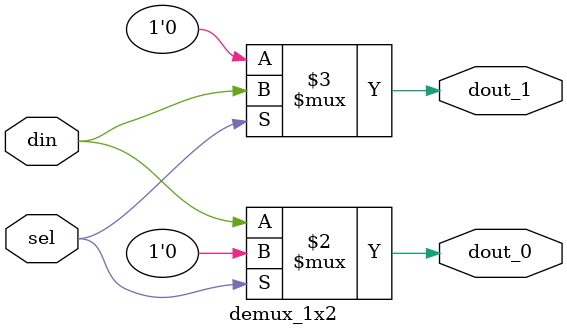
<source format=v>
module demux_1x2 (
	input wire din, 
	input wire sel, 
	output wire dout_0,
	output wire dout_1
	);
	
	assign dout_0 = (~sel) ? din : 1'b0;
	assign dout_1 = (sel) ? din : 1'b0;

endmodule
</source>
